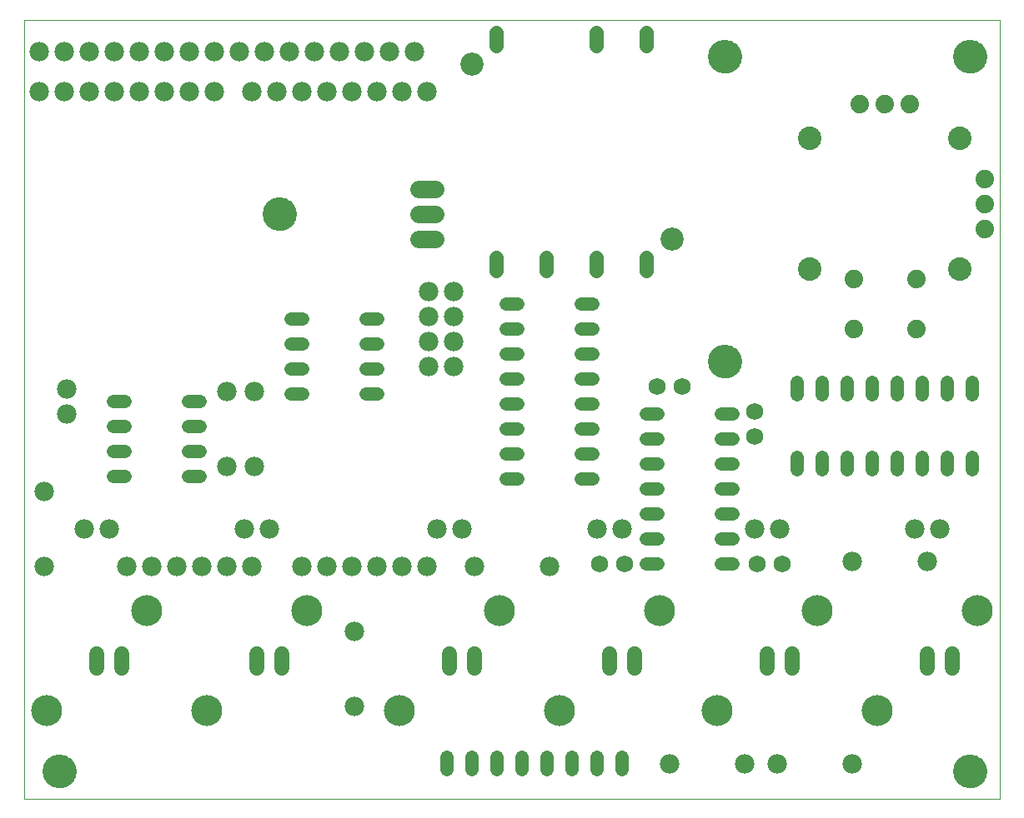
<source format=gts>
G75*
G70*
%OFA0B0*%
%FSLAX24Y24*%
%IPPOS*%
%LPD*%
%AMOC8*
5,1,8,0,0,1.08239X$1,22.5*
%
%ADD10C,0.0000*%
%ADD11C,0.0780*%
%ADD12C,0.0600*%
%ADD13C,0.1240*%
%ADD14C,0.0940*%
%ADD15C,0.0740*%
%ADD16C,0.1340*%
%ADD17C,0.0520*%
%ADD18C,0.0700*%
%ADD19C,0.0690*%
%ADD20C,0.0571*%
%ADD21C,0.0926*%
D10*
X011652Y000125D02*
X050644Y000125D01*
X050644Y031295D01*
X011652Y031295D01*
X011652Y000125D01*
X012402Y001225D02*
X012404Y001275D01*
X012410Y001325D01*
X012420Y001375D01*
X012433Y001423D01*
X012450Y001471D01*
X012471Y001517D01*
X012495Y001561D01*
X012523Y001603D01*
X012554Y001643D01*
X012588Y001680D01*
X012625Y001715D01*
X012664Y001746D01*
X012705Y001775D01*
X012749Y001800D01*
X012795Y001822D01*
X012842Y001840D01*
X012890Y001854D01*
X012939Y001865D01*
X012989Y001872D01*
X013039Y001875D01*
X013090Y001874D01*
X013140Y001869D01*
X013190Y001860D01*
X013238Y001848D01*
X013286Y001831D01*
X013332Y001811D01*
X013377Y001788D01*
X013420Y001761D01*
X013460Y001731D01*
X013498Y001698D01*
X013533Y001662D01*
X013566Y001623D01*
X013595Y001582D01*
X013621Y001539D01*
X013644Y001494D01*
X013663Y001447D01*
X013678Y001399D01*
X013690Y001350D01*
X013698Y001300D01*
X013702Y001250D01*
X013702Y001200D01*
X013698Y001150D01*
X013690Y001100D01*
X013678Y001051D01*
X013663Y001003D01*
X013644Y000956D01*
X013621Y000911D01*
X013595Y000868D01*
X013566Y000827D01*
X013533Y000788D01*
X013498Y000752D01*
X013460Y000719D01*
X013420Y000689D01*
X013377Y000662D01*
X013332Y000639D01*
X013286Y000619D01*
X013238Y000602D01*
X013190Y000590D01*
X013140Y000581D01*
X013090Y000576D01*
X013039Y000575D01*
X012989Y000578D01*
X012939Y000585D01*
X012890Y000596D01*
X012842Y000610D01*
X012795Y000628D01*
X012749Y000650D01*
X012705Y000675D01*
X012664Y000704D01*
X012625Y000735D01*
X012588Y000770D01*
X012554Y000807D01*
X012523Y000847D01*
X012495Y000889D01*
X012471Y000933D01*
X012450Y000979D01*
X012433Y001027D01*
X012420Y001075D01*
X012410Y001125D01*
X012404Y001175D01*
X012402Y001225D01*
X039002Y017625D02*
X039004Y017675D01*
X039010Y017725D01*
X039020Y017775D01*
X039033Y017823D01*
X039050Y017871D01*
X039071Y017917D01*
X039095Y017961D01*
X039123Y018003D01*
X039154Y018043D01*
X039188Y018080D01*
X039225Y018115D01*
X039264Y018146D01*
X039305Y018175D01*
X039349Y018200D01*
X039395Y018222D01*
X039442Y018240D01*
X039490Y018254D01*
X039539Y018265D01*
X039589Y018272D01*
X039639Y018275D01*
X039690Y018274D01*
X039740Y018269D01*
X039790Y018260D01*
X039838Y018248D01*
X039886Y018231D01*
X039932Y018211D01*
X039977Y018188D01*
X040020Y018161D01*
X040060Y018131D01*
X040098Y018098D01*
X040133Y018062D01*
X040166Y018023D01*
X040195Y017982D01*
X040221Y017939D01*
X040244Y017894D01*
X040263Y017847D01*
X040278Y017799D01*
X040290Y017750D01*
X040298Y017700D01*
X040302Y017650D01*
X040302Y017600D01*
X040298Y017550D01*
X040290Y017500D01*
X040278Y017451D01*
X040263Y017403D01*
X040244Y017356D01*
X040221Y017311D01*
X040195Y017268D01*
X040166Y017227D01*
X040133Y017188D01*
X040098Y017152D01*
X040060Y017119D01*
X040020Y017089D01*
X039977Y017062D01*
X039932Y017039D01*
X039886Y017019D01*
X039838Y017002D01*
X039790Y016990D01*
X039740Y016981D01*
X039690Y016976D01*
X039639Y016975D01*
X039589Y016978D01*
X039539Y016985D01*
X039490Y016996D01*
X039442Y017010D01*
X039395Y017028D01*
X039349Y017050D01*
X039305Y017075D01*
X039264Y017104D01*
X039225Y017135D01*
X039188Y017170D01*
X039154Y017207D01*
X039123Y017247D01*
X039095Y017289D01*
X039071Y017333D01*
X039050Y017379D01*
X039033Y017427D01*
X039020Y017475D01*
X039010Y017525D01*
X039004Y017575D01*
X039002Y017625D01*
X021202Y023525D02*
X021204Y023575D01*
X021210Y023625D01*
X021220Y023675D01*
X021233Y023723D01*
X021250Y023771D01*
X021271Y023817D01*
X021295Y023861D01*
X021323Y023903D01*
X021354Y023943D01*
X021388Y023980D01*
X021425Y024015D01*
X021464Y024046D01*
X021505Y024075D01*
X021549Y024100D01*
X021595Y024122D01*
X021642Y024140D01*
X021690Y024154D01*
X021739Y024165D01*
X021789Y024172D01*
X021839Y024175D01*
X021890Y024174D01*
X021940Y024169D01*
X021990Y024160D01*
X022038Y024148D01*
X022086Y024131D01*
X022132Y024111D01*
X022177Y024088D01*
X022220Y024061D01*
X022260Y024031D01*
X022298Y023998D01*
X022333Y023962D01*
X022366Y023923D01*
X022395Y023882D01*
X022421Y023839D01*
X022444Y023794D01*
X022463Y023747D01*
X022478Y023699D01*
X022490Y023650D01*
X022498Y023600D01*
X022502Y023550D01*
X022502Y023500D01*
X022498Y023450D01*
X022490Y023400D01*
X022478Y023351D01*
X022463Y023303D01*
X022444Y023256D01*
X022421Y023211D01*
X022395Y023168D01*
X022366Y023127D01*
X022333Y023088D01*
X022298Y023052D01*
X022260Y023019D01*
X022220Y022989D01*
X022177Y022962D01*
X022132Y022939D01*
X022086Y022919D01*
X022038Y022902D01*
X021990Y022890D01*
X021940Y022881D01*
X021890Y022876D01*
X021839Y022875D01*
X021789Y022878D01*
X021739Y022885D01*
X021690Y022896D01*
X021642Y022910D01*
X021595Y022928D01*
X021549Y022950D01*
X021505Y022975D01*
X021464Y023004D01*
X021425Y023035D01*
X021388Y023070D01*
X021354Y023107D01*
X021323Y023147D01*
X021295Y023189D01*
X021271Y023233D01*
X021250Y023279D01*
X021233Y023327D01*
X021220Y023375D01*
X021210Y023425D01*
X021204Y023475D01*
X021202Y023525D01*
X039002Y029825D02*
X039004Y029875D01*
X039010Y029925D01*
X039020Y029975D01*
X039033Y030023D01*
X039050Y030071D01*
X039071Y030117D01*
X039095Y030161D01*
X039123Y030203D01*
X039154Y030243D01*
X039188Y030280D01*
X039225Y030315D01*
X039264Y030346D01*
X039305Y030375D01*
X039349Y030400D01*
X039395Y030422D01*
X039442Y030440D01*
X039490Y030454D01*
X039539Y030465D01*
X039589Y030472D01*
X039639Y030475D01*
X039690Y030474D01*
X039740Y030469D01*
X039790Y030460D01*
X039838Y030448D01*
X039886Y030431D01*
X039932Y030411D01*
X039977Y030388D01*
X040020Y030361D01*
X040060Y030331D01*
X040098Y030298D01*
X040133Y030262D01*
X040166Y030223D01*
X040195Y030182D01*
X040221Y030139D01*
X040244Y030094D01*
X040263Y030047D01*
X040278Y029999D01*
X040290Y029950D01*
X040298Y029900D01*
X040302Y029850D01*
X040302Y029800D01*
X040298Y029750D01*
X040290Y029700D01*
X040278Y029651D01*
X040263Y029603D01*
X040244Y029556D01*
X040221Y029511D01*
X040195Y029468D01*
X040166Y029427D01*
X040133Y029388D01*
X040098Y029352D01*
X040060Y029319D01*
X040020Y029289D01*
X039977Y029262D01*
X039932Y029239D01*
X039886Y029219D01*
X039838Y029202D01*
X039790Y029190D01*
X039740Y029181D01*
X039690Y029176D01*
X039639Y029175D01*
X039589Y029178D01*
X039539Y029185D01*
X039490Y029196D01*
X039442Y029210D01*
X039395Y029228D01*
X039349Y029250D01*
X039305Y029275D01*
X039264Y029304D01*
X039225Y029335D01*
X039188Y029370D01*
X039154Y029407D01*
X039123Y029447D01*
X039095Y029489D01*
X039071Y029533D01*
X039050Y029579D01*
X039033Y029627D01*
X039020Y029675D01*
X039010Y029725D01*
X039004Y029775D01*
X039002Y029825D01*
X048802Y029825D02*
X048804Y029875D01*
X048810Y029925D01*
X048820Y029975D01*
X048833Y030023D01*
X048850Y030071D01*
X048871Y030117D01*
X048895Y030161D01*
X048923Y030203D01*
X048954Y030243D01*
X048988Y030280D01*
X049025Y030315D01*
X049064Y030346D01*
X049105Y030375D01*
X049149Y030400D01*
X049195Y030422D01*
X049242Y030440D01*
X049290Y030454D01*
X049339Y030465D01*
X049389Y030472D01*
X049439Y030475D01*
X049490Y030474D01*
X049540Y030469D01*
X049590Y030460D01*
X049638Y030448D01*
X049686Y030431D01*
X049732Y030411D01*
X049777Y030388D01*
X049820Y030361D01*
X049860Y030331D01*
X049898Y030298D01*
X049933Y030262D01*
X049966Y030223D01*
X049995Y030182D01*
X050021Y030139D01*
X050044Y030094D01*
X050063Y030047D01*
X050078Y029999D01*
X050090Y029950D01*
X050098Y029900D01*
X050102Y029850D01*
X050102Y029800D01*
X050098Y029750D01*
X050090Y029700D01*
X050078Y029651D01*
X050063Y029603D01*
X050044Y029556D01*
X050021Y029511D01*
X049995Y029468D01*
X049966Y029427D01*
X049933Y029388D01*
X049898Y029352D01*
X049860Y029319D01*
X049820Y029289D01*
X049777Y029262D01*
X049732Y029239D01*
X049686Y029219D01*
X049638Y029202D01*
X049590Y029190D01*
X049540Y029181D01*
X049490Y029176D01*
X049439Y029175D01*
X049389Y029178D01*
X049339Y029185D01*
X049290Y029196D01*
X049242Y029210D01*
X049195Y029228D01*
X049149Y029250D01*
X049105Y029275D01*
X049064Y029304D01*
X049025Y029335D01*
X048988Y029370D01*
X048954Y029407D01*
X048923Y029447D01*
X048895Y029489D01*
X048871Y029533D01*
X048850Y029579D01*
X048833Y029627D01*
X048820Y029675D01*
X048810Y029725D01*
X048804Y029775D01*
X048802Y029825D01*
X048802Y001225D02*
X048804Y001275D01*
X048810Y001325D01*
X048820Y001375D01*
X048833Y001423D01*
X048850Y001471D01*
X048871Y001517D01*
X048895Y001561D01*
X048923Y001603D01*
X048954Y001643D01*
X048988Y001680D01*
X049025Y001715D01*
X049064Y001746D01*
X049105Y001775D01*
X049149Y001800D01*
X049195Y001822D01*
X049242Y001840D01*
X049290Y001854D01*
X049339Y001865D01*
X049389Y001872D01*
X049439Y001875D01*
X049490Y001874D01*
X049540Y001869D01*
X049590Y001860D01*
X049638Y001848D01*
X049686Y001831D01*
X049732Y001811D01*
X049777Y001788D01*
X049820Y001761D01*
X049860Y001731D01*
X049898Y001698D01*
X049933Y001662D01*
X049966Y001623D01*
X049995Y001582D01*
X050021Y001539D01*
X050044Y001494D01*
X050063Y001447D01*
X050078Y001399D01*
X050090Y001350D01*
X050098Y001300D01*
X050102Y001250D01*
X050102Y001200D01*
X050098Y001150D01*
X050090Y001100D01*
X050078Y001051D01*
X050063Y001003D01*
X050044Y000956D01*
X050021Y000911D01*
X049995Y000868D01*
X049966Y000827D01*
X049933Y000788D01*
X049898Y000752D01*
X049860Y000719D01*
X049820Y000689D01*
X049777Y000662D01*
X049732Y000639D01*
X049686Y000619D01*
X049638Y000602D01*
X049590Y000590D01*
X049540Y000581D01*
X049490Y000576D01*
X049439Y000575D01*
X049389Y000578D01*
X049339Y000585D01*
X049290Y000596D01*
X049242Y000610D01*
X049195Y000628D01*
X049149Y000650D01*
X049105Y000675D01*
X049064Y000704D01*
X049025Y000735D01*
X048988Y000770D01*
X048954Y000807D01*
X048923Y000847D01*
X048895Y000889D01*
X048871Y000933D01*
X048850Y000979D01*
X048833Y001027D01*
X048820Y001075D01*
X048810Y001125D01*
X048804Y001175D01*
X048802Y001225D01*
D11*
X044752Y001525D03*
X041752Y001525D03*
X040452Y001525D03*
X037452Y001525D03*
X032652Y009425D03*
X034552Y010925D03*
X035552Y010925D03*
X040852Y010925D03*
X041852Y010925D03*
X044752Y009625D03*
X047252Y010925D03*
X048252Y010925D03*
X047752Y009625D03*
X029652Y009425D03*
X027752Y009425D03*
X026752Y009425D03*
X025752Y009425D03*
X024752Y009425D03*
X023752Y009425D03*
X022752Y009425D03*
X020752Y009425D03*
X019752Y009425D03*
X018752Y009425D03*
X017752Y009425D03*
X016752Y009425D03*
X015752Y009425D03*
X015052Y010925D03*
X014052Y010925D03*
X012452Y009425D03*
X012452Y012425D03*
X013352Y015525D03*
X013352Y016525D03*
X019752Y016425D03*
X020852Y016425D03*
X020852Y013425D03*
X019752Y013425D03*
X020452Y010925D03*
X021452Y010925D03*
X024852Y006825D03*
X024852Y003825D03*
X028152Y010925D03*
X029152Y010925D03*
X028802Y017425D03*
X027802Y017425D03*
X027802Y018425D03*
X028802Y018425D03*
X028802Y019425D03*
X027802Y019425D03*
X027802Y020425D03*
X028802Y020425D03*
X027752Y028425D03*
X026752Y028425D03*
X025752Y028425D03*
X024752Y028425D03*
X023752Y028425D03*
X022752Y028425D03*
X021752Y028425D03*
X020752Y028425D03*
X019252Y028425D03*
X018252Y028425D03*
X017252Y028425D03*
X016252Y028425D03*
X015252Y028425D03*
X014252Y028425D03*
X013252Y028425D03*
X012252Y028425D03*
X012252Y030025D03*
X013252Y030025D03*
X014252Y030025D03*
X015252Y030025D03*
X016252Y030025D03*
X017252Y030025D03*
X018252Y030025D03*
X019252Y030025D03*
X020252Y030025D03*
X021252Y030025D03*
X022252Y030025D03*
X023252Y030025D03*
X024252Y030025D03*
X025252Y030025D03*
X026252Y030025D03*
X027252Y030025D03*
D12*
X028652Y005905D02*
X028652Y005345D01*
X029633Y005345D02*
X029633Y005905D01*
X035052Y005905D02*
X035052Y005345D01*
X036033Y005345D02*
X036033Y005905D01*
X041352Y005905D02*
X041352Y005345D01*
X042333Y005345D02*
X042333Y005905D01*
X047752Y005905D02*
X047752Y005345D01*
X048733Y005345D02*
X048733Y005905D01*
X021933Y005905D02*
X021933Y005345D01*
X020952Y005345D02*
X020952Y005905D01*
X015533Y005905D02*
X015533Y005345D01*
X014552Y005345D02*
X014552Y005905D01*
D13*
X016556Y007634D03*
X022956Y007634D03*
X026654Y003646D03*
X033054Y003646D03*
X039354Y003646D03*
X037056Y007634D03*
X043356Y007634D03*
X045754Y003646D03*
X049756Y007634D03*
X030656Y007634D03*
X018954Y003646D03*
X012554Y003646D03*
D14*
X043052Y021300D03*
X049052Y021300D03*
X049052Y026550D03*
X043052Y026550D03*
D15*
X045052Y027925D03*
X046052Y027925D03*
X047052Y027925D03*
X050052Y024925D03*
X050052Y023925D03*
X050052Y022925D03*
X047302Y020925D03*
X044802Y020925D03*
X044802Y018925D03*
X047302Y018925D03*
D16*
X039652Y017625D03*
X021852Y023525D03*
X039652Y029825D03*
X049452Y029825D03*
X049452Y001225D03*
X013052Y001225D03*
D17*
X028552Y001285D02*
X028552Y001765D01*
X029552Y001765D02*
X029552Y001285D01*
X030552Y001285D02*
X030552Y001765D01*
X031552Y001765D02*
X031552Y001285D01*
X032552Y001285D02*
X032552Y001765D01*
X033552Y001765D02*
X033552Y001285D01*
X034552Y001285D02*
X034552Y001765D01*
X035552Y001765D02*
X035552Y001285D01*
X036512Y009525D02*
X036992Y009525D01*
X036992Y010525D02*
X036512Y010525D01*
X036512Y011525D02*
X036992Y011525D01*
X036992Y012525D02*
X036512Y012525D01*
X036512Y013525D02*
X036992Y013525D01*
X036992Y014525D02*
X036512Y014525D01*
X036512Y015525D02*
X036992Y015525D01*
X039512Y015525D02*
X039992Y015525D01*
X039992Y014525D02*
X039512Y014525D01*
X039512Y013525D02*
X039992Y013525D01*
X039992Y012525D02*
X039512Y012525D01*
X039512Y011525D02*
X039992Y011525D01*
X039992Y010525D02*
X039512Y010525D01*
X039512Y009525D02*
X039992Y009525D01*
X042552Y013285D02*
X042552Y013765D01*
X043552Y013765D02*
X043552Y013285D01*
X044552Y013285D02*
X044552Y013765D01*
X045552Y013765D02*
X045552Y013285D01*
X046552Y013285D02*
X046552Y013765D01*
X047552Y013765D02*
X047552Y013285D01*
X048552Y013285D02*
X048552Y013765D01*
X049552Y013765D02*
X049552Y013285D01*
X049552Y016285D02*
X049552Y016765D01*
X048552Y016765D02*
X048552Y016285D01*
X047552Y016285D02*
X047552Y016765D01*
X046552Y016765D02*
X046552Y016285D01*
X045552Y016285D02*
X045552Y016765D01*
X044552Y016765D02*
X044552Y016285D01*
X043552Y016285D02*
X043552Y016765D01*
X042552Y016765D02*
X042552Y016285D01*
X034392Y015925D02*
X033912Y015925D01*
X033912Y014925D02*
X034392Y014925D01*
X034392Y013925D02*
X033912Y013925D01*
X033912Y012925D02*
X034392Y012925D01*
X031392Y012925D02*
X030912Y012925D01*
X030912Y013925D02*
X031392Y013925D01*
X031392Y014925D02*
X030912Y014925D01*
X030912Y015925D02*
X031392Y015925D01*
X031392Y016925D02*
X030912Y016925D01*
X030912Y017925D02*
X031392Y017925D01*
X031392Y018925D02*
X030912Y018925D01*
X030912Y019925D02*
X031392Y019925D01*
X033912Y019925D02*
X034392Y019925D01*
X034392Y018925D02*
X033912Y018925D01*
X033912Y017925D02*
X034392Y017925D01*
X034392Y016925D02*
X033912Y016925D01*
X025792Y017325D02*
X025312Y017325D01*
X025312Y016325D02*
X025792Y016325D01*
X025792Y018325D02*
X025312Y018325D01*
X025312Y019325D02*
X025792Y019325D01*
X022792Y019325D02*
X022312Y019325D01*
X022312Y018325D02*
X022792Y018325D01*
X022792Y017325D02*
X022312Y017325D01*
X022312Y016325D02*
X022792Y016325D01*
X018692Y016025D02*
X018212Y016025D01*
X018212Y015025D02*
X018692Y015025D01*
X018692Y014025D02*
X018212Y014025D01*
X018212Y013025D02*
X018692Y013025D01*
X015692Y013025D02*
X015212Y013025D01*
X015212Y014025D02*
X015692Y014025D01*
X015692Y015025D02*
X015212Y015025D01*
X015212Y016025D02*
X015692Y016025D01*
D18*
X027422Y022525D02*
X028082Y022525D01*
X028082Y023525D02*
X027422Y023525D01*
X027422Y024525D02*
X028082Y024525D01*
D19*
X036952Y016625D03*
X037952Y016625D03*
X040852Y015625D03*
X040852Y014625D03*
X040952Y009525D03*
X041952Y009525D03*
X035652Y009525D03*
X034652Y009525D03*
D20*
X034517Y021259D02*
X034517Y021791D01*
X036517Y021791D02*
X036517Y021259D01*
X032517Y021259D02*
X032517Y021791D01*
X030517Y021791D02*
X030517Y021259D01*
X030517Y030259D02*
X030517Y030791D01*
X034517Y030791D02*
X034517Y030259D01*
X036517Y030259D02*
X036517Y030791D01*
D21*
X029552Y029525D03*
X037552Y022525D03*
M02*

</source>
